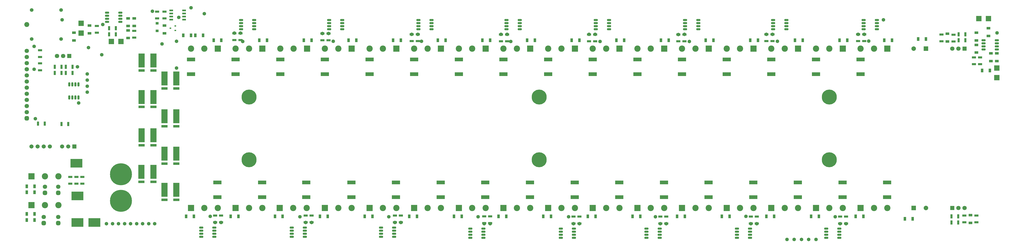
<source format=gbr>
G04*
G04 #@! TF.GenerationSoftware,Altium Limited,Altium Designer,24.1.2 (44)*
G04*
G04 Layer_Color=8388736*
%FSLAX25Y25*%
%MOIN*%
G70*
G04*
G04 #@! TF.SameCoordinates,29FF4F4E-3C6D-470F-9DA1-2895E510F6E9*
G04*
G04*
G04 #@! TF.FilePolarity,Negative*
G04*
G01*
G75*
%ADD22R,0.03937X0.05906*%
%ADD24R,0.03740X0.06693*%
%ADD26R,0.06693X0.03740*%
%ADD27R,0.13418X0.06121*%
%ADD29R,0.05906X0.03937*%
%ADD32R,0.02900X0.02200*%
G04:AMPARAMS|DCode=33|XSize=61.02mil|YSize=23.62mil|CornerRadius=2.01mil|HoleSize=0mil|Usage=FLASHONLY|Rotation=180.000|XOffset=0mil|YOffset=0mil|HoleType=Round|Shape=RoundedRectangle|*
%AMROUNDEDRECTD33*
21,1,0.06102,0.01961,0,0,180.0*
21,1,0.05701,0.02362,0,0,180.0*
1,1,0.00402,-0.02850,0.00980*
1,1,0.00402,0.02850,0.00980*
1,1,0.00402,0.02850,-0.00980*
1,1,0.00402,-0.02850,-0.00980*
%
%ADD33ROUNDEDRECTD33*%
%ADD34R,0.10406X0.22847*%
%ADD35R,0.10406X0.04304*%
G04:AMPARAMS|DCode=36|XSize=31.62mil|YSize=65.09mil|CornerRadius=6.01mil|HoleSize=0mil|Usage=FLASHONLY|Rotation=180.000|XOffset=0mil|YOffset=0mil|HoleType=Round|Shape=RoundedRectangle|*
%AMROUNDEDRECTD36*
21,1,0.03162,0.05307,0,0,180.0*
21,1,0.01961,0.06509,0,0,180.0*
1,1,0.01202,-0.00980,0.02653*
1,1,0.01202,0.00980,0.02653*
1,1,0.01202,0.00980,-0.02653*
1,1,0.01202,-0.00980,-0.02653*
%
%ADD36ROUNDEDRECTD36*%
%ADD37R,0.19304X0.14304*%
%ADD38R,0.08674X0.08674*%
G04:AMPARAMS|DCode=39|XSize=31.62mil|YSize=65.09mil|CornerRadius=6.01mil|HoleSize=0mil|Usage=FLASHONLY|Rotation=90.000|XOffset=0mil|YOffset=0mil|HoleType=Round|Shape=RoundedRectangle|*
%AMROUNDEDRECTD39*
21,1,0.03162,0.05307,0,0,90.0*
21,1,0.01961,0.06509,0,0,90.0*
1,1,0.01202,0.02653,0.00980*
1,1,0.01202,0.02653,-0.00980*
1,1,0.01202,-0.02653,-0.00980*
1,1,0.01202,-0.02653,0.00980*
%
%ADD39ROUNDEDRECTD39*%
%ADD40R,0.08674X0.08674*%
%ADD41R,0.04540X0.04343*%
%ADD42C,0.07099*%
G04:AMPARAMS|DCode=43|XSize=70.99mil|YSize=70.99mil|CornerRadius=19.75mil|HoleSize=0mil|Usage=FLASHONLY|Rotation=90.000|XOffset=0mil|YOffset=0mil|HoleType=Round|Shape=RoundedRectangle|*
%AMROUNDEDRECTD43*
21,1,0.07099,0.03150,0,0,90.0*
21,1,0.03150,0.07099,0,0,90.0*
1,1,0.03950,0.01575,0.01575*
1,1,0.03950,0.01575,-0.01575*
1,1,0.03950,-0.01575,-0.01575*
1,1,0.03950,-0.01575,0.01575*
%
%ADD43ROUNDEDRECTD43*%
%ADD44C,0.35800*%
%ADD45C,0.10236*%
%ADD46R,0.10236X0.10236*%
%ADD47R,0.07099X0.07099*%
%ADD48R,0.07355X0.07355*%
%ADD49C,0.07355*%
%ADD50C,0.08044*%
%ADD51C,0.05918*%
%ADD52R,0.06706X0.06706*%
%ADD53C,0.06706*%
%ADD54C,0.07099*%
%ADD55R,0.07099X0.07099*%
%ADD56C,0.05800*%
%ADD57C,0.24422*%
D22*
X1131890Y663386D02*
D03*
X1119291D02*
D03*
X1112205D02*
D03*
X1099606D02*
D03*
X2415748Y606299D02*
D03*
X2403150D02*
D03*
X2136614Y368110D02*
D03*
X2124016D02*
D03*
X2209449D02*
D03*
X2196850D02*
D03*
X1626772D02*
D03*
X1614173D02*
D03*
X1553937D02*
D03*
X1541339D02*
D03*
X844488Y362205D02*
D03*
X857087D02*
D03*
X844488Y407480D02*
D03*
X857087D02*
D03*
X844488Y372047D02*
D03*
X857087D02*
D03*
X844488Y417323D02*
D03*
X857087D02*
D03*
X2289764Y364173D02*
D03*
X2277165D02*
D03*
X2311417Y657480D02*
D03*
X2298819D02*
D03*
X1149213Y655512D02*
D03*
X1161811D02*
D03*
X1223622D02*
D03*
X1236220D02*
D03*
X1296457Y655512D02*
D03*
X1309055D02*
D03*
X1369291Y655512D02*
D03*
X1381890D02*
D03*
X1442126D02*
D03*
X1454724D02*
D03*
X1514961D02*
D03*
X1527559D02*
D03*
X1587795D02*
D03*
X1600394D02*
D03*
X1660630D02*
D03*
X1673228D02*
D03*
X1879134D02*
D03*
X1891732D02*
D03*
X1951969D02*
D03*
X1964567D02*
D03*
X1733465D02*
D03*
X1746063D02*
D03*
X1806299D02*
D03*
X1818898D02*
D03*
X2024803D02*
D03*
X2037402D02*
D03*
X2097638D02*
D03*
X2110236D02*
D03*
X2170473D02*
D03*
X2183071D02*
D03*
X2243307D02*
D03*
X2255906D02*
D03*
X1189764Y368110D02*
D03*
X1177165D02*
D03*
X1116929D02*
D03*
X1104331D02*
D03*
X1335433D02*
D03*
X1322835D02*
D03*
X1261811Y368110D02*
D03*
X1249213D02*
D03*
X1481102Y368110D02*
D03*
X1468504D02*
D03*
X1408268D02*
D03*
X1395669D02*
D03*
X1772441D02*
D03*
X1759842D02*
D03*
X1699606D02*
D03*
X1687008D02*
D03*
X1918110D02*
D03*
X1905512D02*
D03*
X1845276D02*
D03*
X1832677D02*
D03*
X2063779D02*
D03*
X2051181D02*
D03*
X1990945D02*
D03*
X1978346D02*
D03*
D24*
X900866Y518819D02*
D03*
X911890D02*
D03*
X873622Y519685D02*
D03*
X862598D02*
D03*
X901181Y612205D02*
D03*
X890158D02*
D03*
X901181Y602362D02*
D03*
X890158D02*
D03*
X907874D02*
D03*
X918898D02*
D03*
X907874Y612205D02*
D03*
X918898D02*
D03*
X2364173Y358268D02*
D03*
X2353150D02*
D03*
X2364173Y368110D02*
D03*
X2353150D02*
D03*
X989764Y675197D02*
D03*
X978740D02*
D03*
X989764Y665354D02*
D03*
X978740D02*
D03*
X2364567D02*
D03*
X2375591D02*
D03*
X2364567Y655512D02*
D03*
X2375591D02*
D03*
D26*
X2393701Y358661D02*
D03*
Y369685D02*
D03*
X2181102Y356693D02*
D03*
Y367717D02*
D03*
X2171260Y356693D02*
D03*
Y367717D02*
D03*
X935039Y432677D02*
D03*
Y421654D02*
D03*
X925197Y432677D02*
D03*
Y421654D02*
D03*
X915354Y432677D02*
D03*
Y421654D02*
D03*
X1057087Y702362D02*
D03*
Y691339D02*
D03*
X1068898Y702362D02*
D03*
Y691339D02*
D03*
X958661Y678740D02*
D03*
Y667717D02*
D03*
X2374016Y358661D02*
D03*
Y369685D02*
D03*
X2389764Y616535D02*
D03*
Y627559D02*
D03*
X2399606Y616535D02*
D03*
Y627559D02*
D03*
X1019685Y670866D02*
D03*
Y659842D02*
D03*
X2336614Y664961D02*
D03*
Y653937D02*
D03*
X866142Y639370D02*
D03*
Y628346D02*
D03*
Y606693D02*
D03*
Y617717D02*
D03*
X2356299Y664567D02*
D03*
Y653543D02*
D03*
X1192913Y666929D02*
D03*
Y655905D02*
D03*
X1183071Y666929D02*
D03*
Y655905D02*
D03*
X1336614Y666535D02*
D03*
Y655512D02*
D03*
X1326772Y666535D02*
D03*
Y655512D02*
D03*
X1482283Y665354D02*
D03*
Y654331D02*
D03*
X1472441Y665354D02*
D03*
Y654331D02*
D03*
X1618110Y664961D02*
D03*
Y653937D02*
D03*
X1627953Y664961D02*
D03*
Y653937D02*
D03*
X1917323Y664961D02*
D03*
Y653937D02*
D03*
X1907480Y664961D02*
D03*
Y653937D02*
D03*
X1771654Y664961D02*
D03*
Y653937D02*
D03*
X1761811Y664961D02*
D03*
Y653937D02*
D03*
X2061024Y665354D02*
D03*
Y654331D02*
D03*
X2051181Y665354D02*
D03*
Y654331D02*
D03*
X2210630Y665354D02*
D03*
Y654331D02*
D03*
X2200787Y665354D02*
D03*
Y654331D02*
D03*
X1161417Y358661D02*
D03*
Y369685D02*
D03*
X1151575Y358661D02*
D03*
Y369685D02*
D03*
X1299213Y358661D02*
D03*
Y369685D02*
D03*
X1309055Y358661D02*
D03*
Y369685D02*
D03*
X1454724Y358661D02*
D03*
Y369685D02*
D03*
X1444882Y358661D02*
D03*
Y369685D02*
D03*
X1590551Y357087D02*
D03*
Y368110D02*
D03*
X1600394Y357087D02*
D03*
Y368110D02*
D03*
X1736221Y356693D02*
D03*
Y367717D02*
D03*
X1746063Y356693D02*
D03*
Y367717D02*
D03*
X1877953Y356693D02*
D03*
Y367717D02*
D03*
X1887795Y356693D02*
D03*
Y367717D02*
D03*
X2025591Y356693D02*
D03*
Y367717D02*
D03*
X2035433Y356693D02*
D03*
Y367717D02*
D03*
D27*
X2175197Y399406D02*
D03*
Y423428D02*
D03*
X2248031Y399406D02*
D03*
Y423428D02*
D03*
X1665354Y399606D02*
D03*
Y423628D02*
D03*
X1592520Y399406D02*
D03*
Y423428D02*
D03*
X1112205Y624216D02*
D03*
Y600194D02*
D03*
X1185039Y624216D02*
D03*
Y600194D02*
D03*
X1257874Y624216D02*
D03*
Y600194D02*
D03*
X1330709Y624216D02*
D03*
Y600194D02*
D03*
X1403543Y624216D02*
D03*
Y600194D02*
D03*
X1476378Y624216D02*
D03*
Y600194D02*
D03*
X1549213Y624216D02*
D03*
Y600194D02*
D03*
X1622047Y624216D02*
D03*
Y600194D02*
D03*
X1840551Y624216D02*
D03*
Y600194D02*
D03*
X1913386Y624216D02*
D03*
Y600194D02*
D03*
X1694882Y624216D02*
D03*
Y600194D02*
D03*
X1767716Y624216D02*
D03*
Y600194D02*
D03*
X1986221Y624216D02*
D03*
Y600194D02*
D03*
X2059055Y624216D02*
D03*
Y600194D02*
D03*
X2131890Y624216D02*
D03*
Y600194D02*
D03*
X2204724Y624216D02*
D03*
Y600194D02*
D03*
X1228347Y399406D02*
D03*
Y423428D02*
D03*
X1155512Y399406D02*
D03*
Y423428D02*
D03*
X1374016Y399406D02*
D03*
Y423428D02*
D03*
X1300394Y399406D02*
D03*
Y423428D02*
D03*
X1519685Y399406D02*
D03*
Y423428D02*
D03*
X1446850Y399406D02*
D03*
Y423428D02*
D03*
X1811024Y399406D02*
D03*
Y423428D02*
D03*
X1738189Y399406D02*
D03*
Y423428D02*
D03*
X1956693Y399406D02*
D03*
Y423428D02*
D03*
X1883858Y399406D02*
D03*
Y423428D02*
D03*
X2102362Y399406D02*
D03*
Y423428D02*
D03*
X2029527Y399406D02*
D03*
Y423428D02*
D03*
D29*
X921260Y655118D02*
D03*
Y667717D02*
D03*
X946850Y666929D02*
D03*
Y679528D02*
D03*
X1068898Y666929D02*
D03*
Y679528D02*
D03*
X2383858Y357480D02*
D03*
Y370079D02*
D03*
X2427165Y621654D02*
D03*
Y634252D02*
D03*
X2417323D02*
D03*
Y621654D02*
D03*
X1009842Y659055D02*
D03*
Y671654D02*
D03*
Y678740D02*
D03*
Y691339D02*
D03*
X1019685D02*
D03*
Y678740D02*
D03*
X2346457Y666142D02*
D03*
Y653543D02*
D03*
X2413386Y675197D02*
D03*
Y662598D02*
D03*
X2393701Y635433D02*
D03*
Y648032D02*
D03*
Y655118D02*
D03*
Y667717D02*
D03*
D32*
X1078777Y675197D02*
D03*
X1086577Y678947D02*
D03*
Y671447D02*
D03*
D33*
X1079921Y689350D02*
D03*
Y694350D02*
D03*
Y699350D02*
D03*
Y704350D02*
D03*
X1101181D02*
D03*
Y699350D02*
D03*
Y694350D02*
D03*
Y689350D02*
D03*
D34*
X1088425Y411417D02*
D03*
X1068898D02*
D03*
X1088425Y593051D02*
D03*
X1068898D02*
D03*
X1051181Y562992D02*
D03*
X1031653D02*
D03*
X1088425Y531496D02*
D03*
X1068898D02*
D03*
X1051181Y500531D02*
D03*
X1031653D02*
D03*
X1088425Y470472D02*
D03*
X1068898D02*
D03*
X1051024Y440945D02*
D03*
X1031496D02*
D03*
X1051181Y622579D02*
D03*
X1031653D02*
D03*
D35*
X1088425Y395138D02*
D03*
X1068898D02*
D03*
X1088425Y576772D02*
D03*
X1068898D02*
D03*
X1051181Y546713D02*
D03*
X1031653D02*
D03*
X1088425Y515216D02*
D03*
X1068898D02*
D03*
X1051181Y484252D02*
D03*
X1031653D02*
D03*
X1088425Y454193D02*
D03*
X1068898D02*
D03*
X1051024Y424665D02*
D03*
X1031496D02*
D03*
X1051181Y606299D02*
D03*
X1031653D02*
D03*
D36*
X928760Y583563D02*
D03*
X923760D02*
D03*
X918760D02*
D03*
X913760D02*
D03*
X928760Y562106D02*
D03*
X923760D02*
D03*
X918760D02*
D03*
X913760D02*
D03*
D37*
X927165Y401575D02*
D03*
X925197Y454724D02*
D03*
X927165Y358268D02*
D03*
X954724D02*
D03*
D38*
X2413386Y690945D02*
D03*
X2397638D02*
D03*
X998032Y653543D02*
D03*
X982283D02*
D03*
D39*
X2170177Y333051D02*
D03*
Y338051D02*
D03*
Y343051D02*
D03*
Y348051D02*
D03*
X2148721Y333051D02*
D03*
Y338051D02*
D03*
Y343051D02*
D03*
Y348051D02*
D03*
X2405512Y655669D02*
D03*
Y650669D02*
D03*
Y645669D02*
D03*
Y640669D02*
D03*
X2426969Y655669D02*
D03*
Y650669D02*
D03*
Y645669D02*
D03*
Y640669D02*
D03*
X975492Y700413D02*
D03*
Y695413D02*
D03*
Y690413D02*
D03*
Y685413D02*
D03*
X996949Y700413D02*
D03*
Y695413D02*
D03*
Y690413D02*
D03*
Y685413D02*
D03*
X1193996Y688602D02*
D03*
Y683602D02*
D03*
Y678602D02*
D03*
Y673602D02*
D03*
X1215453Y688602D02*
D03*
Y683602D02*
D03*
Y678602D02*
D03*
Y673602D02*
D03*
X1337697Y688602D02*
D03*
Y683602D02*
D03*
Y678602D02*
D03*
Y673602D02*
D03*
X1359153Y688602D02*
D03*
Y683602D02*
D03*
Y678602D02*
D03*
Y673602D02*
D03*
X1483366Y688602D02*
D03*
Y683602D02*
D03*
Y678602D02*
D03*
Y673602D02*
D03*
X1504823Y688602D02*
D03*
Y683602D02*
D03*
Y678602D02*
D03*
Y673602D02*
D03*
X1627067Y688602D02*
D03*
Y683602D02*
D03*
Y678602D02*
D03*
Y673602D02*
D03*
X1648524Y688602D02*
D03*
Y683602D02*
D03*
Y678602D02*
D03*
Y673602D02*
D03*
X1918406Y688602D02*
D03*
Y683602D02*
D03*
Y678602D02*
D03*
Y673602D02*
D03*
X1939862Y688602D02*
D03*
Y683602D02*
D03*
Y678602D02*
D03*
Y673602D02*
D03*
X1772736Y688602D02*
D03*
Y683602D02*
D03*
Y678602D02*
D03*
Y673602D02*
D03*
X1794193Y688602D02*
D03*
Y683602D02*
D03*
Y678602D02*
D03*
Y673602D02*
D03*
X2062106Y688602D02*
D03*
Y683602D02*
D03*
Y678602D02*
D03*
Y673602D02*
D03*
X2083563Y688602D02*
D03*
Y683602D02*
D03*
Y678602D02*
D03*
Y673602D02*
D03*
X2209744Y688602D02*
D03*
Y683602D02*
D03*
Y678602D02*
D03*
Y673602D02*
D03*
X2231201Y688602D02*
D03*
Y683602D02*
D03*
Y678602D02*
D03*
Y673602D02*
D03*
X1150492Y335020D02*
D03*
Y340020D02*
D03*
Y345020D02*
D03*
Y350020D02*
D03*
X1129035Y335020D02*
D03*
Y340020D02*
D03*
Y345020D02*
D03*
Y350020D02*
D03*
X1298130Y335020D02*
D03*
Y340020D02*
D03*
Y345020D02*
D03*
Y350020D02*
D03*
X1276673Y335020D02*
D03*
Y340020D02*
D03*
Y345020D02*
D03*
Y350020D02*
D03*
X1443799Y335020D02*
D03*
Y340020D02*
D03*
Y345020D02*
D03*
Y350020D02*
D03*
X1422342Y335020D02*
D03*
Y340020D02*
D03*
Y345020D02*
D03*
Y350020D02*
D03*
X1589468Y333051D02*
D03*
Y338051D02*
D03*
Y343051D02*
D03*
Y348051D02*
D03*
X1568012Y333051D02*
D03*
Y338051D02*
D03*
Y343051D02*
D03*
Y348051D02*
D03*
X1737106Y333051D02*
D03*
Y338051D02*
D03*
Y343051D02*
D03*
Y348051D02*
D03*
X1715650Y333051D02*
D03*
Y338051D02*
D03*
Y343051D02*
D03*
Y348051D02*
D03*
X1876870Y333051D02*
D03*
Y338051D02*
D03*
Y343051D02*
D03*
Y348051D02*
D03*
X1855413Y333051D02*
D03*
Y338051D02*
D03*
Y343051D02*
D03*
Y348051D02*
D03*
X2024508Y333051D02*
D03*
Y338051D02*
D03*
Y343051D02*
D03*
Y348051D02*
D03*
X2003051Y333051D02*
D03*
Y338051D02*
D03*
Y343051D02*
D03*
Y348051D02*
D03*
D40*
X933071Y667323D02*
D03*
Y683071D02*
D03*
X2427165Y610236D02*
D03*
Y594488D02*
D03*
D41*
X1057087Y670965D02*
D03*
X1057087Y683366D02*
D03*
D42*
X895669Y416417D02*
D03*
Y367205D02*
D03*
X844488Y638110D02*
D03*
Y628110D02*
D03*
Y618110D02*
D03*
Y598110D02*
D03*
Y588110D02*
D03*
Y568110D02*
D03*
Y548110D02*
D03*
Y538110D02*
D03*
Y558110D02*
D03*
Y578110D02*
D03*
Y608110D02*
D03*
X874016Y416417D02*
D03*
X872047Y367205D02*
D03*
X893543Y629921D02*
D03*
X903543D02*
D03*
D43*
X895669Y406417D02*
D03*
Y357205D02*
D03*
X844488Y528110D02*
D03*
X874016Y406417D02*
D03*
X872047Y357205D02*
D03*
D44*
X998032Y437008D02*
D03*
Y393701D02*
D03*
D45*
X2175669Y381890D02*
D03*
X2153779D02*
D03*
X2248504D02*
D03*
X2226614D02*
D03*
X1665827D02*
D03*
X1643937D02*
D03*
X1592992D02*
D03*
X1571102D02*
D03*
X2059055Y641732D02*
D03*
X2080945D02*
D03*
X2204724D02*
D03*
X2226614D02*
D03*
X2030000Y381890D02*
D03*
X2008110D02*
D03*
X2102835D02*
D03*
X2080945D02*
D03*
X1884331D02*
D03*
X1862441D02*
D03*
X1957165D02*
D03*
X1935276D02*
D03*
X1738661D02*
D03*
X1716772D02*
D03*
X1811496D02*
D03*
X1789606D02*
D03*
X1447323D02*
D03*
X1425433D02*
D03*
X1520158D02*
D03*
X1498268D02*
D03*
X1300866Y381890D02*
D03*
X1278976D02*
D03*
X1374488Y381890D02*
D03*
X1352598D02*
D03*
X1155984D02*
D03*
X1134095D02*
D03*
X1228819D02*
D03*
X1206929D02*
D03*
X2131890Y641732D02*
D03*
X2153779D02*
D03*
X1986221D02*
D03*
X2008110D02*
D03*
X1767716D02*
D03*
X1789606D02*
D03*
X1694882D02*
D03*
X1716772D02*
D03*
X1913386D02*
D03*
X1935276D02*
D03*
X1840551D02*
D03*
X1862441D02*
D03*
X1622047D02*
D03*
X1643937D02*
D03*
X1549213D02*
D03*
X1571102D02*
D03*
X1476378D02*
D03*
X1498268D02*
D03*
X1403543D02*
D03*
X1425433D02*
D03*
X895905Y433642D02*
D03*
X874016D02*
D03*
X895905Y386398D02*
D03*
X874016D02*
D03*
X1330709Y641732D02*
D03*
X1352598D02*
D03*
X1257874Y641732D02*
D03*
X1279764D02*
D03*
X1185039Y641732D02*
D03*
X1206929D02*
D03*
X1112205D02*
D03*
X1134095D02*
D03*
D46*
X2131890Y381890D02*
D03*
X2204724D02*
D03*
X1622047D02*
D03*
X1549213D02*
D03*
X2102835Y641732D02*
D03*
X2248504D02*
D03*
X1986221Y381890D02*
D03*
X2059055D02*
D03*
X1840551D02*
D03*
X1913386D02*
D03*
X1694882D02*
D03*
X1767716D02*
D03*
X1403543D02*
D03*
X1476378D02*
D03*
X1257087Y381890D02*
D03*
X1330709Y381890D02*
D03*
X1112205D02*
D03*
X1185039D02*
D03*
X2175669Y641732D02*
D03*
X2030000D02*
D03*
X1811496D02*
D03*
X1738661D02*
D03*
X1957165D02*
D03*
X1884331D02*
D03*
X1665827D02*
D03*
X1592992D02*
D03*
X1520158D02*
D03*
X1447323D02*
D03*
X852126Y433642D02*
D03*
Y386398D02*
D03*
X1374488Y641732D02*
D03*
X1301653Y641732D02*
D03*
X1228819Y641732D02*
D03*
X1155984D02*
D03*
D47*
X913543Y629921D02*
D03*
D48*
X2291339Y381890D02*
D03*
X2311339Y641732D02*
D03*
D49*
Y381890D02*
D03*
X2291339Y641732D02*
D03*
D50*
X844488Y681102D02*
D03*
D51*
X852362Y704724D02*
D03*
Y657480D02*
D03*
X900394Y704724D02*
D03*
Y657480D02*
D03*
D52*
X921890Y482283D02*
D03*
D53*
X911890D02*
D03*
X901890D02*
D03*
X881890D02*
D03*
X871890D02*
D03*
X861890D02*
D03*
X851890D02*
D03*
D54*
X2374331Y381890D02*
D03*
X2364331D02*
D03*
X2354331Y641732D02*
D03*
X2364331D02*
D03*
D55*
X2354331Y381890D02*
D03*
X2374331Y641732D02*
D03*
D56*
X1064961Y649606D02*
D03*
X1088583Y610236D02*
D03*
X966535Y631890D02*
D03*
X929134Y553150D02*
D03*
X858268Y527559D02*
D03*
X942913Y570866D02*
D03*
X1887795Y356299D02*
D03*
X1088583Y653980D02*
D03*
X2017716Y368110D02*
D03*
X1092520Y692913D02*
D03*
X856299Y608268D02*
D03*
Y645669D02*
D03*
X1112205Y708661D02*
D03*
X1049213Y702756D02*
D03*
X901891Y689004D02*
D03*
X2163386Y367673D02*
D03*
X1870046D02*
D03*
X1728346D02*
D03*
X1580709D02*
D03*
X1435039D02*
D03*
X1290096D02*
D03*
X1143701Y368110D02*
D03*
X1196850Y653543D02*
D03*
X1344488Y653980D02*
D03*
X1488189D02*
D03*
X1633858Y653543D02*
D03*
X1779528D02*
D03*
X1925197D02*
D03*
X2068898Y653980D02*
D03*
X2217927Y654334D02*
D03*
X927165Y612205D02*
D03*
X942913Y600394D02*
D03*
X944882Y643701D02*
D03*
X968508Y681102D02*
D03*
X2242126Y688976D02*
D03*
X1133858Y698819D02*
D03*
X2131890Y330709D02*
D03*
X2120079D02*
D03*
X2108268D02*
D03*
X2096457D02*
D03*
X2084646D02*
D03*
X942913Y590551D02*
D03*
Y580709D02*
D03*
X974409Y356299D02*
D03*
X984252D02*
D03*
X994094D02*
D03*
X1003937D02*
D03*
X1013780D02*
D03*
X1023622D02*
D03*
X1033465D02*
D03*
X1043307D02*
D03*
X1053150D02*
D03*
X2427347Y667706D02*
D03*
X2171260Y356299D02*
D03*
X2025591D02*
D03*
X2035433D02*
D03*
X1877953D02*
D03*
X1736221D02*
D03*
X1746063D02*
D03*
X1590551D02*
D03*
X1600394D02*
D03*
X1444882Y358268D02*
D03*
X1454724D02*
D03*
X1299213D02*
D03*
X1309055D02*
D03*
X1161417D02*
D03*
X1151575D02*
D03*
X2181102Y356299D02*
D03*
X2200787Y665354D02*
D03*
X2061024D02*
D03*
X1917323D02*
D03*
X1771654D02*
D03*
X1627953D02*
D03*
X1482283D02*
D03*
X1192913Y667323D02*
D03*
X1618110Y665354D02*
D03*
X1183071Y667323D02*
D03*
X1326772Y666535D02*
D03*
X1336614D02*
D03*
X1472441Y665354D02*
D03*
X1761811D02*
D03*
X1907480Y664961D02*
D03*
X2051181Y665354D02*
D03*
X2210630D02*
D03*
D57*
X1680354Y460630D02*
D03*
Y562992D02*
D03*
X1206929D02*
D03*
Y460630D02*
D03*
X2153779D02*
D03*
Y562992D02*
D03*
M02*

</source>
